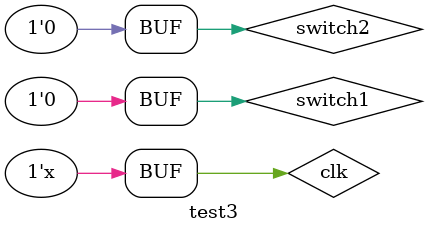
<source format=v>
`timescale 1ns / 1ps


module test3;

	// Inputs
	reg clk;
	reg switch1;
	reg switch2;

	// Outputs
	wire Hsync;
	wire Vsync;
	wire [2:0] red;
	wire [2:0] green;
	wire [1:0] blue;

	// Instantiate the Unit Under Test (UUT)
	VGA_Controller3 uut (
		.clk(clk), 
		.switch1(switch1), 
		.switch2(switch2), 
		.Hsync(Hsync), 
		.Vsync(Vsync), 
		.red(red), 
		.green(green), 
		.blue(blue)
	);

	initial begin
		// Initialize Inputs
		clk = 0;
		switch1 = 0;
		switch2 = 0;

		// Wait 100 ns for global reset to finish
		#100;
        
		// Add stimulus here

	end
      always #10 clk = ~clk;
endmodule


</source>
